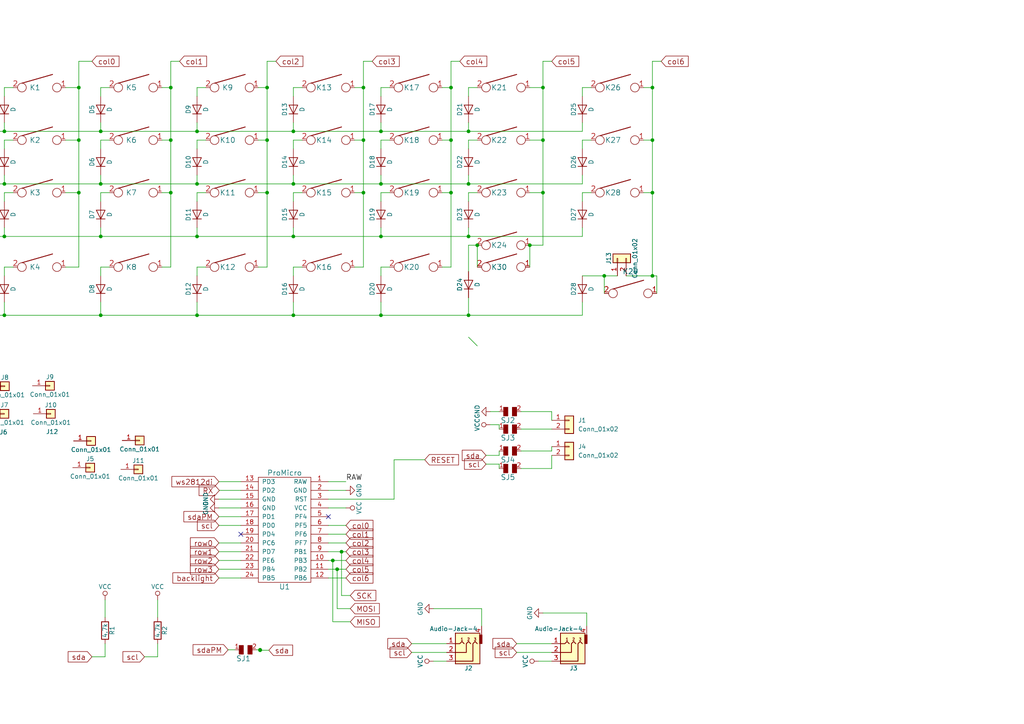
<source format=kicad_sch>
(kicad_sch (version 20211123) (generator eeschema)
  (paper "A4")
  (lib_symbols
    (symbol "Connector_Generic:Conn_01x02" (pin_names (offset 1.016) hide)
      (property "Reference" "J" (at 0 2.54 0))
      (property "Value" "Conn_01x02" (at 0 -5.08 0))
      (symbol "Conn_01x02_1_1"
        (rectangle (start -1.27 -2.413) (end 0 -2.667) (stroke (width 0.1524)))
        (rectangle (start -1.27 0.127) (end 0 -0.127) (stroke (width 0.1524)))
        (rectangle (start -1.27 1.27) (end 1.27 -3.81) (stroke (width 0.254)) (fill (type background)))
        (pin passive line (at -5.08 0 0) (length 3.81) (name "Pin_1") (number "1"))
        (pin passive line (at -5.08 -2.54 0) (length 3.81) (name "Pin_2") (number "2"))
      )
    )
    (symbol "ErgoTravel-rescue:Audio-Jack-4" (pin_names (offset 1.016))
      (property "Reference" "J" (at -1.27 2.032 0))
      (property "Value" "Audio-Jack-4" (at 3.048 -9.398 0))
      (symbol "Audio-Jack-4_0_0"
        (rectangle (start -4.572 -8.128) (end 2.54 0.762) (stroke (width 0.254)) (fill (type background)))
        (text "1" (at 0.635 -6.35 0) (effects (font (size 0.762 0.762))))
        (text "2" (at -1.27 -6.35 0) (effects (font (size 0.762 0.762))))
        (text "3" (at -3.175 -6.35 0) (effects (font (size 0.762 0.762))))
      )
      (symbol "Audio-Jack-4_0_1"
        (rectangle (start -4.445 -7.62) (end -5.207 -5.08) (fill (type outline)))
        (polyline (pts (xy 0 -5.08) (xy 0.635 -5.715) (xy 1.27 -5.08) (xy 2.54 -5.08)) (stroke (width 0.254)))
        (polyline (pts (xy -1.905 -5.08) (xy -1.27 -5.715) (xy -0.635 -5.08) (xy -0.635 -2.54) (xy 2.54 -2.54)) (stroke (width 0.254)))
        (polyline (pts (xy 2.54 0) (xy -2.54 0) (xy -2.54 -5.08) (xy -3.175 -5.715) (xy -3.81 -5.08)) (stroke (width 0.254)))
      )
      (symbol "Audio-Jack-4_1_1"
        (pin passive line (at 5.08 -5.08 180) (length 2.54) (name "~") (number "1"))
        (pin passive line (at 5.08 -2.54 180) (length 2.54) (name "~") (number "2"))
        (pin passive line (at 5.08 0 180) (length 2.54) (name "~") (number "3"))
        (pin passive line (at -5.08 -10.16 90) (length 2.54) (name "~") (number "4"))
      )
    )
    (symbol "ErgoTravel-rescue:Conn_01x01" (pin_names (offset 1.016) hide)
      (property "Reference" "J" (at 0 2.54 0))
      (property "Value" "Conn_01x01" (at 0 -2.54 0))
      (symbol "Conn_01x01_1_1"
        (rectangle (start -1.27 0.127) (end 0 -0.127) (stroke (width 0.1524)))
        (rectangle (start -1.27 1.27) (end 1.27 -1.27) (stroke (width 0.254)) (fill (type background)))
        (pin passive line (at -5.08 0 0) (length 3.81) (name "Pin_1") (number "1"))
      )
    )
    (symbol "ErgoTravel-rescue:Conn_01x02" (pin_names (offset 1.016) hide)
      (property "Reference" "J" (at 0 2.54 0))
      (property "Value" "Conn_01x02" (at 0 -5.08 0))
      (symbol "Conn_01x02_1_1"
        (rectangle (start -1.27 -2.413) (end 0 -2.667) (stroke (width 0.1524)))
        (rectangle (start -1.27 0.127) (end 0 -0.127) (stroke (width 0.1524)))
        (rectangle (start -1.27 1.27) (end 1.27 -3.81) (stroke (width 0.254)) (fill (type background)))
        (pin passive line (at -5.08 0 0) (length 3.81) (name "Pin_1") (number "1"))
        (pin passive line (at -5.08 -2.54 0) (length 3.81) (name "Pin_2") (number "2"))
      )
    )
    (symbol "ErgoTravel-rescue:D" (pin_numbers hide) (pin_names (offset 1.016) hide)
      (property "Reference" "D" (at 0 2.54 0))
      (property "Value" "D" (at 0 -2.54 0))
      (symbol "D_0_1"
        (polyline (pts (xy -1.27 1.27) (xy -1.27 -1.27)) (stroke (width 0.2032)))
        (polyline (pts (xy 1.27 0) (xy -1.27 0)))
        (polyline (pts (xy 1.27 1.27) (xy 1.27 -1.27) (xy -1.27 0) (xy 1.27 1.27)) (stroke (width 0.2032)))
      )
      (symbol "D_1_1"
        (pin passive line (at -3.81 0 0) (length 2.54) (name "K") (number "1"))
        (pin passive line (at 3.81 0 180) (length 2.54) (name "A") (number "2"))
      )
    )
    (symbol "ErgoTravel-rescue:GND" (power) (pin_names (offset 0))
      (property "Value" "GND" (at 0 -3.81 0))
      (symbol "GND_0_1"
        (polyline (pts (xy 0 0) (xy 0 -1.27) (xy 1.27 -1.27) (xy 0 -2.54) (xy -1.27 -1.27) (xy 0 -1.27)))
      )
      (symbol "GND_1_1"
        (pin power_in line (at 0 0 270) (length 0) hide (name "GND") (number "1"))
      )
    )
    (symbol "ErgoTravel-rescue:KEYSW" (pin_names (offset 1.016))
      (property "Reference" "K?" (at -1.27 0 0))
      (symbol "KEYSW_0_1"
        (circle (center -5.08 0) (radius 1.27))
        (polyline (pts (xy -5.08 1.27) (xy 3.81 3.81)) (stroke (width 0.254)))
        (circle (center 5.08 0) (radius 1.27))
      )
      (symbol "KEYSW_1_1"
        (pin passive line (at 7.62 0 180) (length 1.27) (name "~") (number "1"))
        (pin passive line (at -7.62 0 0) (length 1.27) (name "~") (number "2"))
      )
    )
    (symbol "ErgoTravel-rescue:ProMicro" (pin_names (offset 1.016))
      (property "Reference" "U" (at 0 -21.59 0))
      (property "Value" "ProMicro" (at 0 11.43 0))
      (symbol "ProMicro_0_1"
        (rectangle (start 7.62 10.16) (end -7.62 -20.32))
      )
      (symbol "ProMicro_1_1"
        (pin input line (at 12.7 8.89 180) (length 5.08) (name "RAW") (number "1"))
        (pin input line (at 12.7 -13.97 180) (length 5.08) (name "PB3") (number "10"))
        (pin input line (at 12.7 -16.51 180) (length 5.08) (name "PB2") (number "11"))
        (pin input line (at 12.7 -19.05 180) (length 5.08) (name "PB6") (number "12"))
        (pin input line (at -12.7 8.89 0) (length 5.08) (name "PD3") (number "13"))
        (pin input line (at -12.7 6.35 0) (length 5.08) (name "PD2") (number "14"))
        (pin input line (at -12.7 3.81 0) (length 5.08) (name "GND") (number "15"))
        (pin input line (at -12.7 1.27 0) (length 5.08) (name "GND") (number "16"))
        (pin input line (at -12.7 -1.27 0) (length 5.08) (name "PD1") (number "17"))
        (pin input line (at -12.7 -3.81 0) (length 5.08) (name "PD0") (number "18"))
        (pin input line (at -12.7 -6.35 0) (length 5.08) (name "PD4") (number "19"))
        (pin input line (at 12.7 6.35 180) (length 5.08) (name "GND") (number "2"))
        (pin input line (at -12.7 -8.89 0) (length 5.08) (name "PC6") (number "20"))
        (pin input line (at -12.7 -11.43 0) (length 5.08) (name "PD7") (number "21"))
        (pin input line (at -12.7 -13.97 0) (length 5.08) (name "PE6") (number "22"))
        (pin input line (at -12.7 -16.51 0) (length 5.08) (name "PB4") (number "23"))
        (pin input line (at -12.7 -19.05 0) (length 5.08) (name "PB5") (number "24"))
        (pin input line (at 12.7 3.81 180) (length 5.08) (name "RST") (number "3"))
        (pin input line (at 12.7 1.27 180) (length 5.08) (name "VCC") (number "4"))
        (pin input line (at 12.7 -1.27 180) (length 5.08) (name "PF4") (number "5"))
        (pin input line (at 12.7 -3.81 180) (length 5.08) (name "PF5") (number "6"))
        (pin input line (at 12.7 -6.35 180) (length 5.08) (name "PF6") (number "7"))
        (pin input line (at 12.7 -8.89 180) (length 5.08) (name "PF7") (number "8"))
        (pin input line (at 12.7 -11.43 180) (length 5.08) (name "PB1") (number "9"))
      )
    )
    (symbol "ErgoTravel-rescue:R" (pin_numbers hide) (pin_names (offset 0))
      (property "Reference" "R" (at 2.032 0 90))
      (property "Value" "R" (at 0 0 90))
      (symbol "R_0_1"
        (rectangle (start -1.016 -2.54) (end 1.016 2.54) (stroke (width 0.254)))
      )
      (symbol "R_1_1"
        (pin passive line (at 0 3.81 270) (length 1.27) (name "~") (number "1"))
        (pin passive line (at 0 -3.81 90) (length 1.27) (name "~") (number "2"))
      )
    )
    (symbol "ErgoTravel-rescue:SOLDER_JUMPER" (pin_names (offset 1.016))
      (property "Reference" "SJ" (at 0 -1.27 0))
      (symbol "SOLDER_JUMPER_0_1"
        (rectangle (start -1.27 2.54) (end 0 0) (fill (type outline)))
        (rectangle (start 1.27 2.54) (end 2.54 0) (fill (type outline)))
      )
      (symbol "SOLDER_JUMPER_1_1"
        (pin passive line (at -2.54 1.27 0) (length 1.27) (name "~") (number "1"))
        (pin passive line (at 3.81 1.27 180) (length 1.27) (name "~") (number "2"))
      )
    )
    (symbol "ErgoTravel-rescue:VCC" (power) (pin_names (offset 0))
      (property "Value" "VCC" (at 0 3.81 0))
      (symbol "VCC_0_1"
        (polyline (pts (xy 0 0) (xy 0 1.27)))
        (circle (center 0 1.905) (radius 0.635))
      )
      (symbol "VCC_1_1"
        (pin power_in line (at 0 0 90) (length 0) hide (name "VCC") (number "1"))
      )
    )
    (symbol "kblib:KEYSW" (pin_names (offset 1.016))
      (property "Reference" "K?" (at -1.27 0 0))
      (symbol "KEYSW_0_1"
        (circle (center -5.08 0) (radius 1.27))
        (polyline (pts (xy -5.08 1.27) (xy 3.81 3.81)) (stroke (width 0.254)))
        (circle (center 5.08 0) (radius 1.27))
      )
      (symbol "KEYSW_1_1"
        (pin passive line (at 7.62 0 180) (length 1.27) (name "~") (number "1"))
        (pin passive line (at -7.62 0 0) (length 1.27) (name "~") (number "2"))
      )
    )
  )
  (junction (at 1.27 38.1))
  (junction (at 57.15 91.44))
  (junction (at 75.438 188.468))
  (junction (at 130.81 55.88))
  (junction (at 189.23 80.01))
  (junction (at 57.15 68.58))
  (junction (at 175.26 80.01))
  (junction (at 49.53 55.88))
  (junction (at 85.09 68.58))
  (junction (at 75.438 188.595))
  (junction (at 135.89 53.34))
  (junction (at 1.27 91.44))
  (junction (at 105.41 55.88))
  (junction (at 153.67 71.12))
  (junction (at 135.89 91.44))
  (junction (at 189.23 25.4))
  (junction (at 110.49 91.44))
  (junction (at 85.09 53.34))
  (junction (at 135.89 68.58))
  (junction (at 157.48 25.4))
  (junction (at 77.47 40.64))
  (junction (at 189.23 40.64))
  (junction (at 85.09 38.1))
  (junction (at 85.09 91.44))
  (junction (at 57.15 53.34))
  (junction (at 97.79 165.1))
  (junction (at 110.49 53.34))
  (junction (at 130.81 25.4))
  (junction (at 189.23 55.88))
  (junction (at 110.49 68.58))
  (junction (at 57.15 38.1))
  (junction (at 96.52 162.56))
  (junction (at 99.06 160.02))
  (junction (at 29.21 91.44))
  (junction (at 29.21 68.58))
  (junction (at 29.21 38.1))
  (junction (at 77.47 55.88))
  (junction (at 130.81 40.64))
  (junction (at 157.48 55.88))
  (junction (at 22.86 25.4))
  (junction (at 29.21 53.34))
  (junction (at 135.89 38.1))
  (junction (at 138.43 71.12))
  (junction (at 22.86 40.64))
  (junction (at 1.27 68.58))
  (junction (at 49.53 25.4))
  (junction (at 22.86 55.88))
  (junction (at 77.47 25.4))
  (junction (at 110.49 38.1))
  (junction (at 157.48 40.64))
  (junction (at 49.53 40.64))
  (junction (at 105.41 40.64))
  (junction (at 105.41 25.4))
  (junction (at 1.27 53.34))
  (no_connect (at 69.85 154.94))
  (no_connect (at 95.25 149.86))
  (bus_entry (at 135.89 97.79) (size 2.54 2.54))
  (wire (pts (xy 85.09 38.1) (xy 57.15 38.1)))
  (wire (pts (xy 151.13 119.38) (xy 160.02 119.38)))
  (wire (pts (xy 135.89 71.12) (xy 138.43 71.12)))
  (wire (pts (xy 85.09 66.04) (xy 85.09 68.58)))
  (wire (pts (xy 49.53 40.64) (xy 49.53 55.88)))
  (wire (pts (xy 153.67 71.12) (xy 153.67 77.47)))
  (wire (pts (xy 110.49 80.01) (xy 110.49 77.47)))
  (wire (pts (xy 29.21 58.42) (xy 29.21 55.88)))
  (wire (pts (xy 168.91 40.64) (xy 171.45 40.64)))
  (wire (pts (xy 57.15 66.04) (xy 57.15 68.58)))
  (wire (pts (xy 29.21 91.44) (xy 1.27 91.44)))
  (wire (pts (xy 85.09 68.58) (xy 57.15 68.58)))
  (wire (pts (xy 128.27 25.4) (xy 130.81 25.4)))
  (wire (pts (xy 57.15 87.63) (xy 57.15 91.44)))
  (wire (pts (xy 189.23 80.01) (xy 181.61 80.01)))
  (wire (pts (xy 1.27 77.47) (xy 1.27 80.01)))
  (wire (pts (xy 29.21 35.56) (xy 29.21 38.1)))
  (wire (pts (xy 22.86 55.88) (xy 22.86 77.47)))
  (wire (pts (xy 189.23 40.64) (xy 189.23 55.88)))
  (wire (pts (xy 29.21 43.18) (xy 29.21 40.64)))
  (wire (pts (xy 135.89 58.42) (xy 135.89 55.88)))
  (wire (pts (xy 69.85 167.64) (xy 63.5 167.64)))
  (wire (pts (xy 160.02 130.81) (xy 160.02 129.54)))
  (wire (pts (xy 77.47 77.47) (xy 74.93 77.47)))
  (wire (pts (xy 157.48 55.88) (xy 157.48 40.64)))
  (wire (pts (xy 85.09 91.44) (xy 57.15 91.44)))
  (wire (pts (xy 41.91 190.5) (xy 45.72 190.5)))
  (wire (pts (xy 168.91 53.34) (xy 135.89 53.34)))
  (wire (pts (xy 135.89 40.64) (xy 138.43 40.64)))
  (wire (pts (xy 99.06 172.72) (xy 99.06 160.02)))
  (wire (pts (xy 186.69 40.64) (xy 189.23 40.64)))
  (wire (pts (xy 95.25 165.1) (xy 97.79 165.1)))
  (wire (pts (xy 57.15 55.88) (xy 57.15 58.42)))
  (wire (pts (xy 168.91 87.63) (xy 168.91 91.44)))
  (wire (pts (xy 135.89 53.34) (xy 110.49 53.34)))
  (wire (pts (xy 29.21 27.94) (xy 29.21 25.4)))
  (wire (pts (xy 157.48 40.64) (xy 157.48 25.4)))
  (wire (pts (xy 29.21 38.1) (xy 1.27 38.1)))
  (wire (pts (xy 130.81 17.78) (xy 130.81 25.4)))
  (wire (pts (xy 69.85 144.78) (xy 63.5 144.78)))
  (wire (pts (xy 135.89 43.18) (xy 135.89 40.64)))
  (wire (pts (xy 97.79 165.1) (xy 100.33 165.1)))
  (wire (pts (xy 77.47 17.78) (xy 80.01 17.78)))
  (wire (pts (xy 153.67 71.12) (xy 157.48 71.12)))
  (wire (pts (xy 190.5 80.01) (xy 189.23 80.01)))
  (wire (pts (xy 105.41 17.78) (xy 105.41 25.4)))
  (wire (pts (xy 101.6 180.34) (xy 96.52 180.34)))
  (wire (pts (xy 128.27 55.88) (xy 130.81 55.88)))
  (wire (pts (xy 77.978 188.595) (xy 75.438 188.595)))
  (wire (pts (xy 77.47 55.88) (xy 77.47 77.47)))
  (wire (pts (xy 130.81 77.47) (xy 128.27 77.47)))
  (wire (pts (xy 113.03 40.64) (xy 110.49 40.64)))
  (wire (pts (xy 105.41 25.4) (xy 105.41 40.64)))
  (wire (pts (xy 3.81 77.47) (xy 1.27 77.47)))
  (wire (pts (xy 135.89 91.44) (xy 110.49 91.44)))
  (wire (pts (xy 74.93 40.64) (xy 77.47 40.64)))
  (wire (pts (xy 59.69 77.47) (xy 57.15 77.47)))
  (wire (pts (xy 19.05 25.4) (xy 22.86 25.4)))
  (wire (pts (xy 168.91 91.44) (xy 135.89 91.44)))
  (wire (pts (xy 69.85 139.7) (xy 63.5 139.7)))
  (wire (pts (xy 95.25 139.7) (xy 100.33 139.7)))
  (wire (pts (xy 101.6 176.53) (xy 97.79 176.53)))
  (wire (pts (xy 156.21 191.77) (xy 160.02 191.77)))
  (wire (pts (xy 29.21 40.64) (xy 31.75 40.64)))
  (wire (pts (xy 102.87 25.4) (xy 105.41 25.4)))
  (wire (pts (xy 95.25 154.94) (xy 100.33 154.94)))
  (wire (pts (xy 119.38 186.69) (xy 129.54 186.69)))
  (wire (pts (xy 168.91 55.88) (xy 171.45 55.88)))
  (wire (pts (xy 49.53 17.78) (xy 49.53 25.4)))
  (wire (pts (xy 149.86 186.69) (xy 160.02 186.69)))
  (wire (pts (xy 95.25 144.78) (xy 114.3 144.78)))
  (wire (pts (xy 189.23 25.4) (xy 189.23 40.64)))
  (wire (pts (xy 85.09 87.63) (xy 85.09 91.44)))
  (wire (pts (xy 75.438 188.468) (xy 74.422 188.468)))
  (wire (pts (xy 110.49 91.44) (xy 85.09 91.44)))
  (wire (pts (xy 99.06 160.02) (xy 100.33 160.02)))
  (wire (pts (xy 96.52 180.34) (xy 96.52 162.56)))
  (wire (pts (xy 157.48 71.12) (xy 157.48 55.88)))
  (wire (pts (xy 95.25 142.24) (xy 100.33 142.24)))
  (wire (pts (xy 29.21 50.8) (xy 29.21 53.34)))
  (wire (pts (xy 110.49 40.64) (xy 110.49 43.18)))
  (wire (pts (xy 3.81 40.64) (xy 1.27 40.64)))
  (wire (pts (xy 22.86 40.64) (xy 22.86 55.88)))
  (wire (pts (xy 144.78 132.08) (xy 144.78 130.81)))
  (wire (pts (xy 96.52 162.56) (xy 100.33 162.56)))
  (wire (pts (xy 77.47 25.4) (xy 77.47 40.64)))
  (wire (pts (xy 69.85 165.1) (xy 63.5 165.1)))
  (wire (pts (xy 105.41 77.47) (xy 102.87 77.47)))
  (wire (pts (xy 57.15 25.4) (xy 57.15 27.94)))
  (wire (pts (xy 151.13 130.81) (xy 160.02 130.81)))
  (wire (pts (xy 129.54 191.77) (xy 125.73 191.77)))
  (wire (pts (xy 22.86 17.78) (xy 22.86 25.4)))
  (wire (pts (xy 135.89 55.88) (xy 138.43 55.88)))
  (wire (pts (xy 3.81 55.88) (xy 1.27 55.88)))
  (wire (pts (xy 57.15 53.34) (xy 29.21 53.34)))
  (wire (pts (xy 46.99 40.64) (xy 49.53 40.64)))
  (wire (pts (xy 46.99 55.88) (xy 49.53 55.88)))
  (wire (pts (xy 63.5 162.56) (xy 69.85 162.56)))
  (wire (pts (xy 69.85 149.86) (xy 63.5 149.86)))
  (wire (pts (xy 123.19 133.35) (xy 114.3 133.35)))
  (wire (pts (xy 85.09 77.47) (xy 87.63 77.47)))
  (wire (pts (xy 128.27 40.64) (xy 130.81 40.64)))
  (wire (pts (xy 74.93 25.4) (xy 77.47 25.4)))
  (wire (pts (xy 59.69 55.88) (xy 57.15 55.88)))
  (wire (pts (xy 29.21 77.47) (xy 31.75 77.47)))
  (wire (pts (xy 85.09 35.56) (xy 85.09 38.1)))
  (wire (pts (xy 102.87 40.64) (xy 105.41 40.64)))
  (wire (pts (xy 49.53 77.47) (xy 46.99 77.47)))
  (wire (pts (xy 57.15 38.1) (xy 29.21 38.1)))
  (wire (pts (xy 153.67 40.64) (xy 157.48 40.64)))
  (wire (pts (xy 144.78 123.19) (xy 144.78 124.46)))
  (wire (pts (xy 113.03 25.4) (xy 110.49 25.4)))
  (wire (pts (xy 135.89 86.36) (xy 135.89 91.44)))
  (wire (pts (xy 140.97 132.08) (xy 144.78 132.08)))
  (wire (pts (xy 130.81 17.78) (xy 133.35 17.78)))
  (wire (pts (xy 49.53 17.78) (xy 52.07 17.78)))
  (wire (pts (xy 168.91 80.01) (xy 175.26 80.01)))
  (wire (pts (xy 135.89 71.12) (xy 135.89 78.74)))
  (wire (pts (xy 130.81 40.64) (xy 130.81 55.88)))
  (wire (pts (xy 189.23 17.78) (xy 191.77 17.78)))
  (wire (pts (xy 110.49 58.42) (xy 110.49 55.88)))
  (wire (pts (xy 97.79 176.53) (xy 97.79 165.1)))
  (wire (pts (xy 110.49 66.04) (xy 110.49 68.58)))
  (wire (pts (xy 139.7 176.53) (xy 139.7 181.61)))
  (wire (pts (xy 57.15 40.64) (xy 59.69 40.64)))
  (wire (pts (xy 45.72 173.99) (xy 45.72 179.07)))
  (wire (pts (xy 110.49 25.4) (xy 110.49 27.94)))
  (wire (pts (xy 129.54 189.23) (xy 119.38 189.23)))
  (wire (pts (xy 157.48 17.78) (xy 160.02 17.78)))
  (wire (pts (xy 168.91 66.04) (xy 168.91 68.58)))
  (wire (pts (xy 186.69 25.4) (xy 189.23 25.4)))
  (wire (pts (xy 57.15 50.8) (xy 57.15 53.34)))
  (wire (pts (xy 144.78 134.62) (xy 144.78 135.89)))
  (wire (pts (xy 105.41 55.88) (xy 105.41 77.47)))
  (wire (pts (xy 3.81 25.4) (xy 1.27 25.4)))
  (wire (pts (xy 130.81 25.4) (xy 130.81 40.64)))
  (wire (pts (xy 1.27 91.44) (xy -3.81 91.44)))
  (wire (pts (xy 29.21 66.04) (xy 29.21 68.58)))
  (wire (pts (xy 160.02 189.23) (xy 149.86 189.23)))
  (wire (pts (xy 29.21 25.4) (xy 31.75 25.4)))
  (wire (pts (xy 168.91 25.4) (xy 168.91 27.94)))
  (wire (pts (xy 168.91 43.18) (xy 168.91 40.64)))
  (wire (pts (xy 74.93 55.88) (xy 77.47 55.88)))
  (wire (pts (xy 105.41 17.78) (xy 107.95 17.78)))
  (wire (pts (xy 19.05 55.88) (xy 22.86 55.88)))
  (wire (pts (xy 168.91 38.1) (xy 135.89 38.1)))
  (wire (pts (xy 135.89 66.04) (xy 135.89 68.58)))
  (wire (pts (xy 135.89 35.56) (xy 135.89 38.1)))
  (wire (pts (xy 1.27 55.88) (xy 1.27 58.42)))
  (wire (pts (xy 57.15 77.47) (xy 57.15 80.01)))
  (wire (pts (xy 77.47 40.64) (xy 77.47 55.88)))
  (wire (pts (xy 49.53 25.4) (xy 49.53 40.64)))
  (wire (pts (xy 57.15 43.18) (xy 57.15 40.64)))
  (wire (pts (xy 95.25 160.02) (xy 99.06 160.02)))
  (wire (pts (xy 135.89 38.1) (xy 110.49 38.1)))
  (wire (pts (xy 110.49 55.88) (xy 113.03 55.88)))
  (wire (pts (xy 135.89 68.58) (xy 110.49 68.58)))
  (wire (pts (xy 85.09 40.64) (xy 85.09 43.18)))
  (wire (pts (xy 110.49 53.34) (xy 85.09 53.34)))
  (wire (pts (xy 160.02 119.38) (xy 160.02 121.92)))
  (wire (pts (xy 125.73 176.53) (xy 139.7 176.53)))
  (wire (pts (xy 151.13 124.46) (xy 160.02 124.46)))
  (wire (pts (xy 157.48 25.4) (xy 157.48 17.78)))
  (wire (pts (xy 69.85 152.4) (xy 63.5 152.4)))
  (wire (pts (xy 85.09 58.42) (xy 85.09 55.88)))
  (wire (pts (xy 170.18 177.8) (xy 170.18 181.61)))
  (wire (pts (xy 85.09 80.01) (xy 85.09 77.47)))
  (wire (pts (xy 85.09 50.8) (xy 85.09 53.34)))
  (wire (pts (xy 29.21 55.88) (xy 31.75 55.88)))
  (wire (pts (xy 1.27 25.4) (xy 1.27 27.94)))
  (wire (pts (xy 85.09 25.4) (xy 85.09 27.94)))
  (wire (pts (xy 1.27 53.34) (xy -3.81 53.34)))
  (wire (pts (xy 87.63 25.4) (xy 85.09 25.4)))
  (wire (pts (xy 46.99 25.4) (xy 49.53 25.4)))
  (wire (pts (xy 110.49 87.63) (xy 110.49 91.44)))
  (wire (pts (xy 175.26 80.01) (xy 179.07 80.01)))
  (wire (pts (xy 22.86 17.78) (xy 26.67 17.78)))
  (wire (pts (xy 29.21 68.58) (xy 1.27 68.58)))
  (wire (pts (xy 171.45 25.4) (xy 168.91 25.4)))
  (wire (pts (xy 57.15 91.44) (xy 29.21 91.44)))
  (wire (pts (xy 1.27 68.58) (xy -3.81 68.58)))
  (wire (pts (xy 75.438 188.595) (xy 75.438 188.468)))
  (wire (pts (xy 168.91 35.56) (xy 168.91 38.1)))
  (wire (pts (xy 77.47 17.78) (xy 77.47 25.4)))
  (wire (pts (xy 140.97 134.62) (xy 144.78 134.62)))
  (wire (pts (xy 110.49 35.56) (xy 110.49 38.1)))
  (wire (pts (xy 1.27 50.8) (xy 1.27 53.34)))
  (wire (pts (xy 160.02 135.89) (xy 160.02 132.08)))
  (wire (pts (xy 110.49 50.8) (xy 110.49 53.34)))
  (wire (pts (xy 85.09 55.88) (xy 87.63 55.88)))
  (wire (pts (xy 151.13 135.89) (xy 160.02 135.89)))
  (wire (pts (xy 45.72 190.5) (xy 45.72 186.69)))
  (wire (pts (xy 69.85 160.02) (xy 63.5 160.02)))
  (wire (pts (xy 110.49 68.58) (xy 85.09 68.58)))
  (wire (pts (xy 135.89 25.4) (xy 138.43 25.4)))
  (wire (pts (xy 57.15 35.56) (xy 57.15 38.1)))
  (wire (pts (xy 1.27 40.64) (xy 1.27 43.18)))
  (wire (pts (xy 101.6 172.72) (xy 99.06 172.72)))
  (wire (pts (xy 138.43 71.12) (xy 138.43 77.47)))
  (wire (pts (xy 66.167 188.468) (xy 68.072 188.468)))
  (wire (pts (xy 29.21 53.34) (xy 1.27 53.34)))
  (wire (pts (xy 49.53 55.88) (xy 49.53 77.47)))
  (wire (pts (xy 168.91 68.58) (xy 135.89 68.58)))
  (wire (pts (xy 95.25 157.48) (xy 100.33 157.48)))
  (wire (pts (xy 114.3 133.35) (xy 114.3 144.78)))
  (wire (pts (xy 142.24 123.19) (xy 144.78 123.19)))
  (wire (pts (xy 110.49 38.1) (xy 85.09 38.1)))
  (wire (pts (xy 175.26 80.01) (xy 175.26 85.09)))
  (wire (pts (xy 85.09 53.34) (xy 57.15 53.34)))
  (wire (pts (xy 95.25 167.64) (xy 100.33 167.64)))
  (wire (pts (xy 87.63 40.64) (xy 85.09 40.64)))
  (wire (pts (xy 153.67 55.88) (xy 157.48 55.88)))
  (wire (pts (xy 26.67 190.5) (xy 30.48 190.5)))
  (wire (pts (xy 135.89 50.8) (xy 135.89 53.34)))
  (wire (pts (xy 189.23 55.88) (xy 189.23 80.01)))
  (wire (pts (xy 190.5 85.09) (xy 190.5 80.01)))
  (wire (pts (xy 22.86 77.47) (xy 19.05 77.47)))
  (wire (pts (xy 102.87 55.88) (xy 105.41 55.88)))
  (wire (pts (xy 95.25 162.56) (xy 96.52 162.56)))
  (wire (pts (xy 110.49 77.47) (xy 113.03 77.47)))
  (wire (pts (xy 189.23 17.78) (xy 189.23 25.4)))
  (wire (pts (xy 29.21 87.63) (xy 29.21 91.44)))
  (wire (pts (xy 30.48 190.5) (xy 30.48 186.69)))
  (wire (pts (xy 57.15 68.58) (xy 29.21 68.58)))
  (wire (pts (xy 29.21 80.01) (xy 29.21 77.47)))
  (wire (pts (xy 30.48 173.99) (xy 30.48 179.07)))
  (wire (pts (xy 168.91 58.42) (xy 168.91 55.88)))
  (wire (pts (xy 1.27 35.56) (xy 1.27 38.1)))
  (wire (pts (xy 63.627 142.24) (xy 69.85 142.24)))
  (wire (pts (xy 59.69 25.4) (xy 57.15 25.4)))
  (wire (pts (xy 157.48 177.8) (xy 170.18 177.8)))
  (wire (pts (xy 186.69 55.88) (xy 189.23 55.88)))
  (wire (pts (xy 1.27 87.63) (xy 1.27 91.44)))
  (wire (pts (xy 1.27 38.1) (xy -5.08 38.1)))
  (wire (pts (xy 95.25 147.32) (xy 100.33 147.32)))
  (wire (pts (xy 63.5 157.48) (xy 69.85 157.48)))
  (wire (pts (xy 19.05 40.64) (xy 22.86 40.64)))
  (wire (pts (xy 63.5 147.32) (xy 69.85 147.32)))
  (wire (pts (xy 168.91 50.8) (xy 168.91 53.34)))
  (wire (pts (xy 135.89 27.94) (xy 135.89 25.4)))
  (wire (pts (xy 130.81 55.88) (xy 130.81 77.47)))
  (wire (pts (xy 1.27 66.04) (xy 1.27 68.58)))
  (wire (pts (xy 105.41 40.64) (xy 105.41 55.88)))
  (wire (pts (xy 22.86 25.4) (xy 22.86 40.64)))
  (wire (pts (xy 95.25 152.4) (xy 100.33 152.4)))
  (wire (pts (xy 142.24 119.38) (xy 144.78 119.38)))
  (wire (pts (xy 153.67 25.4) (xy 157.48 25.4)))
  (label "RAW" (at 100.33 139.7 0) (effects (font (size 1.524 1.524))))
  (global_label "sda" (shape input) (at 77.978 188.595 0) (effects (font (size 1.524 1.524))) (property "Intersheet References" "${INTERSHEET_REFS}" (effects hide)))
  (global_label "sda" (shape input) (at 26.67 190.5 180) (effects (font (size 1.524 1.524))) (property "Intersheet References" "${INTERSHEET_REFS}" (effects hide)))
  (global_label "sdaPM" (shape input) (at 66.167 188.468 180) (effects (font (size 1.524 1.524))) (property "Intersheet References" "${INTERSHEET_REFS}" (effects hide)))
  (global_label "row0" (shape input) (at 63.5 157.48 180) (effects (font (size 1.524 1.524))) (property "Intersheet References" "${INTERSHEET_REFS}" (effects hide)))
  (global_label "col2" (shape input) (at 80.01 17.78 0) (effects (font (size 1.524 1.524))) (property "Intersheet References" "${INTERSHEET_REFS}" (effects hide)))
  (global_label "MISO" (shape input) (at 101.6 180.34 0) (effects (font (size 1.524 1.524))) (property "Intersheet References" "${INTERSHEET_REFS}" (effects hide)))
  (global_label "row1" (shape input) (at -3.81 53.34 180) (effects (font (size 1.524 1.524))) (property "Intersheet References" "${INTERSHEET_REFS}" (effects hide)))
  (global_label "row2" (shape input) (at 63.5 162.56 180) (effects (font (size 1.524 1.524))) (property "Intersheet References" "${INTERSHEET_REFS}" (effects hide)))
  (global_label "SCK" (shape input) (at 101.6 172.72 0) (effects (font (size 1.524 1.524))) (property "Intersheet References" "${INTERSHEET_REFS}" (effects hide)))
  (global_label "row3" (shape input) (at -3.81 91.44 180) (effects (font (size 1.524 1.524))) (property "Intersheet References" "${INTERSHEET_REFS}" (effects hide)))
  (global_label "sda" (shape input) (at 149.86 186.69 180) (effects (font (size 1.524 1.524))) (property "Intersheet References" "${INTERSHEET_REFS}" (effects hide)))
  (global_label "MOSI" (shape input) (at 101.6 176.53 0) (effects (font (size 1.524 1.524))) (property "Intersheet References" "${INTERSHEET_REFS}" (effects hide)))
  (global_label "col6" (shape input) (at 100.33 167.64 0) (effects (font (size 1.524 1.524))) (property "Intersheet References" "${INTERSHEET_REFS}" (effects hide)))
  (global_label "row3" (shape input) (at 63.5 165.1 180) (effects (font (size 1.524 1.524))) (property "Intersheet References" "${INTERSHEET_REFS}" (effects hide)))
  (global_label "col0" (shape input) (at 100.33 152.4 0) (effects (font (size 1.524 1.524))) (property "Intersheet References" "${INTERSHEET_REFS}" (effects hide)))
  (global_label "ws2812di" (shape input) (at 63.5 139.7 180) (effects (font (size 1.524 1.524))) (property "Intersheet References" "${INTERSHEET_REFS}" (effects hide)))
  (global_label "col5" (shape input) (at 160.02 17.78 0) (effects (font (size 1.524 1.524))) (property "Intersheet References" "${INTERSHEET_REFS}" (effects hide)))
  (global_label "col4" (shape input) (at 100.33 162.56 0) (effects (font (size 1.524 1.524))) (property "Intersheet References" "${INTERSHEET_REFS}" (effects hide)))
  (global_label "scl" (shape input) (at 41.91 190.5 180) (effects (font (size 1.524 1.524))) (property "Intersheet References" "${INTERSHEET_REFS}" (effects hide)))
  (global_label "scl" (shape input) (at 63.5 152.4 180) (effects (font (size 1.524 1.524))) (property "Intersheet References" "${INTERSHEET_REFS}" (effects hide)))
  (global_label "RX" (shape input) (at 63.627 142.24 180) (effects (font (size 1.524 1.524))) (property "Intersheet References" "${INTERSHEET_REFS}" (effects hide)))
  (global_label "row2" (shape input) (at -3.81 68.58 180) (effects (font (size 1.524 1.524))) (property "Intersheet References" "${INTERSHEET_REFS}" (effects hide)))
  (global_label "col3" (shape input) (at 107.95 17.78 0) (effects (font (size 1.524 1.524))) (property "Intersheet References" "${INTERSHEET_REFS}" (effects hide)))
  (global_label "backlight" (shape input) (at 63.5 167.64 180) (effects (font (size 1.524 1.524))) (property "Intersheet References" "${INTERSHEET_REFS}" (effects hide)))
  (global_label "col1" (shape input) (at 52.07 17.78 0) (effects (font (size 1.524 1.524))) (property "Intersheet References" "${INTERSHEET_REFS}" (effects hide)))
  (global_label "row1" (shape input) (at 63.5 160.02 180) (effects (font (size 1.524 1.524))) (property "Intersheet References" "${INTERSHEET_REFS}" (effects hide)))
  (global_label "col0" (shape input) (at 26.67 17.78 0) (effects (font (size 1.524 1.524))) (property "Intersheet References" "${INTERSHEET_REFS}" (effects hide)))
  (global_label "RESET" (shape input) (at 123.19 133.35 0) (effects (font (size 1.524 1.524))) (property "Intersheet References" "${INTERSHEET_REFS}" (effects hide)))
  (global_label "col3" (shape input) (at 100.33 160.02 0) (effects (font (size 1.524 1.524))) (property "Intersheet References" "${INTERSHEET_REFS}" (effects hide)))
  (global_label "col2" (shape input) (at 100.33 157.48 0) (effects (font (size 1.524 1.524))) (property "Intersheet References" "${INTERSHEET_REFS}" (effects hide)))
  (global_label "scl" (shape input) (at 119.38 189.23 180) (effects (font (size 1.524 1.524))) (property "Intersheet References" "${INTERSHEET_REFS}" (effects hide)))
  (global_label "row0" (shape input) (at -5.08 38.1 180) (effects (font (size 1.524 1.524))) (property "Intersheet References" "${INTERSHEET_REFS}" (effects hide)))
  (global_label "sda" (shape input) (at 119.38 186.69 180) (effects (font (size 1.524 1.524))) (property "Intersheet References" "${INTERSHEET_REFS}" (effects hide)))
  (global_label "col6" (shape input) (at 191.77 17.78 0) (effects (font (size 1.524 1.524))) (property "Intersheet References" "${INTERSHEET_REFS}" (effects hide)))
  (global_label "col5" (shape input) (at 100.33 165.1 0) (effects (font (size 1.524 1.524))) (property "Intersheet References" "${INTERSHEET_REFS}" (effects hide)))
  (global_label "col4" (shape input) (at 133.35 17.78 0) (effects (font (size 1.524 1.524))) (property "Intersheet References" "${INTERSHEET_REFS}" (effects hide)))
  (global_label "col1" (shape input) (at 100.33 154.94 0) (effects (font (size 1.524 1.524))) (property "Intersheet References" "${INTERSHEET_REFS}" (effects hide)))
  (global_label "scl" (shape input) (at 149.86 189.23 180) (effects (font (size 1.524 1.524))) (property "Intersheet References" "${INTERSHEET_REFS}" (effects hide)))
  (global_label "scl" (shape input) (at 140.97 134.62 180) (effects (font (size 1.524 1.524))) (property "Intersheet References" "${INTERSHEET_REFS}" (effects hide)))
  (global_label "sda" (shape input) (at 140.97 132.08 180) (effects (font (size 1.524 1.524))) (property "Intersheet References" "${INTERSHEET_REFS}" (effects hide)))
  (global_label "sdaPM" (shape input) (at 63.5 149.86 180) (effects (font (size 1.524 1.524))) (property "Intersheet References" "${INTERSHEET_REFS}" (effects hide)))
  (symbol (lib_id "ErgoTravel-rescue:ProMicro") (at 82.55 148.59 0) (unit 1)
    (property "Reference" "U1" (at 82.55 170.18 0) (effects (font (size 1.524 1.524))))
    (property "Value" "ProMicro" (at 82.55 137.16 0) (effects (font (size 1.524 1.524))))
    (property "Footprint" "footprints:Pro_Micro" (effects hide))
  )
  (symbol (lib_id "ErgoTravel-rescue:KEYSW") (at 11.43 25.4 0) (unit 1)
    (property "Reference" "K1" (at 10.16 25.4 0) (effects (font (size 1.524 1.524))))
    (property "Value" "KEYSW" (effects hide))
    (property "Footprint" "keyswitches:SW_PG1350_reversible" (effects hide))
  )
  (symbol (lib_id "ErgoTravel-rescue:D") (at 1.27 31.75 90) (unit 1)
    (property "Reference" "D1" (at -1.27 31.75 0))
    (property "Value" "D" (at 3.81 31.75 0))
    (property "Footprint" "footprints:D_SOD123_axial-dual" (effects hide))
  )
  (symbol (lib_id "ErgoTravel-rescue:KEYSW") (at 39.37 25.4 0) (unit 1)
    (property "Reference" "K5" (at 38.1 25.4 0) (effects (font (size 1.524 1.524))))
    (property "Value" "KEYSW" (effects hide))
    (property "Footprint" "keyswitches:SW_PG1350_reversible" (effects hide))
  )
  (symbol (lib_id "ErgoTravel-rescue:KEYSW") (at 67.31 25.4 0) (unit 1)
    (property "Reference" "K9" (at 66.04 25.4 0) (effects (font (size 1.524 1.524))))
    (property "Value" "KEYSW" (effects hide))
    (property "Footprint" "keyswitches:SW_PG1350_reversible" (effects hide))
  )
  (symbol (lib_id "ErgoTravel-rescue:KEYSW") (at 95.25 25.4 0) (unit 1)
    (property "Reference" "K13" (at 93.98 25.4 0) (effects (font (size 1.524 1.524))))
    (property "Value" "KEYSW" (effects hide))
    (property "Footprint" "keyswitches:SW_PG1350_reversible" (effects hide))
  )
  (symbol (lib_id "ErgoTravel-rescue:KEYSW") (at 120.65 25.4 0) (unit 1)
    (property "Reference" "K17" (at 119.38 25.4 0) (effects (font (size 1.524 1.524))))
    (property "Value" "KEYSW" (effects hide))
    (property "Footprint" "keyswitches:SW_PG1350_reversible" (effects hide))
  )
  (symbol (lib_id "ErgoTravel-rescue:KEYSW") (at 146.05 25.4 0) (unit 1)
    (property "Reference" "K21" (at 144.78 25.4 0) (effects (font (size 1.524 1.524))))
    (property "Value" "KEYSW" (effects hide))
    (property "Footprint" "keyswitches:SW_PG1350_reversible" (effects hide))
  )
  (symbol (lib_id "ErgoTravel-rescue:KEYSW") (at 11.43 40.64 0) (unit 1)
    (property "Reference" "K2" (at 10.16 40.64 0) (effects (font (size 1.524 1.524))))
    (property "Value" "KEYSW" (effects hide))
    (property "Footprint" "keyswitches:SW_PG1350_reversible" (effects hide))
  )
  (symbol (lib_id "ErgoTravel-rescue:KEYSW") (at 11.43 55.88 0) (unit 1)
    (property "Reference" "K3" (at 10.16 55.88 0) (effects (font (size 1.524 1.524))))
    (property "Value" "KEYSW" (effects hide))
    (property "Footprint" "keyswitches:SW_PG1350_reversible" (effects hide))
  )
  (symbol (lib_id "ErgoTravel-rescue:KEYSW") (at 11.43 77.47 0) (unit 1)
    (property "Reference" "K4" (at 10.16 77.47 0) (effects (font (size 1.524 1.524))))
    (property "Value" "KEYSW" (effects hide))
    (property "Footprint" "keyswitches:SW_PG1350_reversible" (effects hide))
  )
  (symbol (lib_id "ErgoTravel-rescue:KEYSW") (at 39.37 40.64 0) (unit 1)
    (property "Reference" "K6" (at 38.1 40.64 0) (effects (font (size 1.524 1.524))))
    (property "Value" "KEYSW" (effects hide))
    (property "Footprint" "keyswitches:SW_PG1350_reversible" (effects hide))
  )
  (symbol (lib_id "ErgoTravel-rescue:KEYSW") (at 39.37 55.88 0) (unit 1)
    (property "Reference" "K7" (at 38.1 55.88 0) (effects (font (size 1.524 1.524))))
    (property "Value" "KEYSW" (effects hide))
    (property "Footprint" "keyswitches:SW_PG1350_reversible" (effects hide))
  )
  (symbol (lib_id "ErgoTravel-rescue:KEYSW") (at 39.37 77.47 0) (unit 1)
    (property "Reference" "K8" (at 38.1 77.47 0) (effects (font (size 1.524 1.524))))
    (property "Value" "KEYSW" (effects hide))
    (property "Footprint" "keyswitches:SW_PG1350_reversible" (effects hide))
  )
  (symbol (lib_id "ErgoTravel-rescue:KEYSW") (at 67.31 40.64 0) (unit 1)
    (property "Reference" "K10" (at 66.04 40.64 0) (effects (font (size 1.524 1.524))))
    (property "Value" "KEYSW" (effects hide))
    (property "Footprint" "keyswitches:SW_PG1350_reversible" (effects hide))
  )
  (symbol (lib_id "ErgoTravel-rescue:KEYSW") (at 95.25 40.64 0) (unit 1)
    (property "Reference" "K14" (at 93.98 40.64 0) (effects (font (size 1.524 1.524))))
    (property "Value" "KEYSW" (effects hide))
    (property "Footprint" "keyswitches:SW_PG1350_reversible" (effects hide))
  )
  (symbol (lib_id "ErgoTravel-rescue:KEYSW") (at 120.65 40.64 0) (unit 1)
    (property "Reference" "K18" (at 119.38 40.64 0) (effects (font (size 1.524 1.524))))
    (property "Value" "KEYSW" (effects hide))
    (property "Footprint" "keyswitches:SW_PG1350_reversible" (effects hide))
  )
  (symbol (lib_id "ErgoTravel-rescue:KEYSW") (at 67.31 55.88 0) (unit 1)
    (property "Reference" "K11" (at 66.04 55.88 0) (effects (font (size 1.524 1.524))))
    (property "Value" "KEYSW" (effects hide))
    (property "Footprint" "keyswitches:SW_PG1350_reversible" (effects hide))
  )
  (symbol (lib_id "ErgoTravel-rescue:KEYSW") (at 67.31 77.47 0) (unit 1)
    (property "Reference" "K12" (at 66.04 77.47 0) (effects (font (size 1.524 1.524))))
    (property "Value" "KEYSW" (effects hide))
    (property "Footprint" "keyswitches:SW_PG1350_reversible" (effects hide))
  )
  (symbol (lib_id "ErgoTravel-rescue:KEYSW") (at 95.25 55.88 0) (unit 1)
    (property "Reference" "K15" (at 93.98 55.88 0) (effects (font (size 1.524 1.524))))
    (property "Value" "KEYSW" (effects hide))
    (property "Footprint" "keyswitches:SW_PG1350_reversible" (effects hide))
  )
  (symbol (lib_id "ErgoTravel-rescue:KEYSW") (at 95.25 77.47 0) (unit 1)
    (property "Reference" "K16" (at 93.98 77.47 0) (effects (font (size 1.524 1.524))))
    (property "Value" "KEYSW" (effects hide))
    (property "Footprint" "keyswitches:SW_PG1350_reversible" (effects hide))
  )
  (symbol (lib_id "ErgoTravel-rescue:KEYSW") (at 120.65 55.88 0) (unit 1)
    (property "Reference" "K19" (at 119.38 55.88 0) (effects (font (size 1.524 1.524))))
    (property "Value" "KEYSW" (effects hide))
    (property "Footprint" "keyswitches:SW_PG1350_reversible" (effects hide))
  )
  (symbol (lib_id "ErgoTravel-rescue:KEYSW") (at 120.65 77.47 0) (unit 1)
    (property "Reference" "K20" (at 119.38 77.47 0) (effects (font (size 1.524 1.524))))
    (property "Value" "KEYSW" (effects hide))
    (property "Footprint" "keyswitches:SW_PG1350_reversible" (effects hide))
  )
  (symbol (lib_id "ErgoTravel-rescue:KEYSW") (at 146.05 40.64 0) (unit 1)
    (property "Reference" "K22" (at 144.78 40.64 0) (effects (font (size 1.524 1.524))))
    (property "Value" "KEYSW" (effects hide))
    (property "Footprint" "keyswitches:SW_PG1350_reversible" (effects hide))
  )
  (symbol (lib_id "ErgoTravel-rescue:KEYSW") (at 146.05 55.88 0) (unit 1)
    (property "Reference" "K23" (at 144.78 55.88 0) (effects (font (size 1.524 1.524))))
    (property "Value" "KEYSW" (effects hide))
    (property "Footprint" "keyswitches:SW_PG1350_reversible" (effects hide))
  )
  (symbol (lib_id "ErgoTravel-rescue:KEYSW") (at 146.05 71.12 0) (unit 1)
    (property "Reference" "K24" (at 144.78 71.12 0) (effects (font (size 1.524 1.524))))
    (property "Value" "KEYSW" (effects hide))
    (property "Footprint" "keyswitches:SW_PG1350_reversible" (effects hide))
  )
  (symbol (lib_id "ErgoTravel-rescue:KEYSW") (at 179.07 25.4 0) (unit 1)
    (property "Reference" "K26" (at 177.8 25.4 0) (effects (font (size 1.524 1.524))))
    (property "Value" "KEYSW" (effects hide))
    (property "Footprint" "keyswitches:SW_PG1350_reversible" (effects hide))
  )
  (symbol (lib_id "ErgoTravel-rescue:KEYSW") (at 179.07 40.64 0) (unit 1)
    (property "Reference" "K27" (at 177.8 40.64 0) (effects (font (size 1.524 1.524))))
    (property "Value" "KEYSW" (effects hide))
    (property "Footprint" "keyswitches:SW_PG1350_reversible" (effects hide))
  )
  (symbol (lib_id "ErgoTravel-rescue:KEYSW") (at 179.07 55.88 0) (unit 1)
    (property "Reference" "K28" (at 177.8 55.88 0) (effects (font (size 1.524 1.524))))
    (property "Value" "KEYSW" (effects hide))
    (property "Footprint" "keyswitches:SW_PG1350_reversible" (effects hide))
  )
  (symbol (lib_id "ErgoTravel-rescue:D") (at 1.27 46.99 90) (unit 1)
    (property "Reference" "D2" (at -1.27 46.99 0))
    (property "Value" "D" (at 3.81 46.99 0))
    (property "Footprint" "footprints:D_SOD123_axial-dual" (effects hide))
  )
  (symbol (lib_id "ErgoTravel-rescue:D") (at 1.27 62.23 90) (unit 1)
    (property "Reference" "D3" (at -1.27 62.23 0))
    (property "Value" "D" (at 3.81 62.23 0))
    (property "Footprint" "footprints:D_SOD123_axial-dual" (effects hide))
  )
  (symbol (lib_id "ErgoTravel-rescue:D") (at 29.21 62.23 90) (unit 1)
    (property "Reference" "D7" (at 26.67 62.23 0))
    (property "Value" "D" (at 31.75 62.23 0))
    (property "Footprint" "footprints:D_SOD123_axial-dual" (effects hide))
  )
  (symbol (lib_id "ErgoTravel-rescue:D") (at 29.21 46.99 90) (unit 1)
    (property "Reference" "D6" (at 26.67 46.99 0))
    (property "Value" "D" (at 31.75 46.99 0))
    (property "Footprint" "footprints:D_SOD123_axial-dual" (effects hide))
  )
  (symbol (lib_id "ErgoTravel-rescue:D") (at 29.21 31.75 90) (unit 1)
    (property "Reference" "D5" (at 26.67 31.75 0))
    (property "Value" "D" (at 31.75 31.75 0))
    (property "Footprint" "footprints:D_SOD123_axial-dual" (effects hide))
  )
  (symbol (lib_id "ErgoTravel-rescue:D") (at 57.15 31.75 90) (unit 1)
    (property "Reference" "D9" (at 54.61 31.75 0))
    (property "Value" "D" (at 59.69 31.75 0))
    (property "Footprint" "footprints:D_SOD123_axial-dual" (effects hide))
  )
  (symbol (lib_id "ErgoTravel-rescue:D") (at 85.09 31.75 90) (unit 1)
    (property "Reference" "D13" (at 82.55 31.75 0))
    (property "Value" "D" (at 87.63 31.75 0))
    (property "Footprint" "footprints:D_SOD123_axial-dual" (effects hide))
  )
  (symbol (lib_id "ErgoTravel-rescue:D") (at 85.09 46.99 90) (unit 1)
    (property "Reference" "D14" (at 82.55 46.99 0))
    (property "Value" "D" (at 87.63 46.99 0))
    (property "Footprint" "footprints:D_SOD123_axial-dual" (effects hide))
  )
  (symbol (lib_id "ErgoTravel-rescue:D") (at 57.15 46.99 90) (unit 1)
    (property "Reference" "D10" (at 54.61 46.99 0))
    (property "Value" "D" (at 59.69 46.99 0))
    (property "Footprint" "footprints:D_SOD123_axial-dual" (effects hide))
  )
  (symbol (lib_id "ErgoTravel-rescue:D") (at 57.15 62.23 90) (unit 1)
    (property "Reference" "D11" (at 54.61 62.23 0))
    (property "Value" "D" (at 59.69 62.23 0))
    (property "Footprint" "footprints:D_SOD123_axial-dual" (effects hide))
  )
  (symbol (lib_id "ErgoTravel-rescue:D") (at 85.09 62.23 90) (unit 1)
    (property "Reference" "D15" (at 82.55 62.23 0))
    (property "Value" "D" (at 87.63 62.23 0))
    (property "Footprint" "footprints:D_SOD123_axial-dual" (effects hide))
  )
  (symbol (lib_id "ErgoTravel-rescue:D") (at 110.49 62.23 90) (unit 1)
    (property "Reference" "D19" (at 107.95 62.23 0))
    (property "Value" "D" (at 113.03 62.23 0))
    (property "Footprint" "footprints:D_SOD123_axial-dual" (effects hide))
  )
  (symbol (lib_id "ErgoTravel-rescue:D") (at 110.49 46.99 90) (unit 1)
    (property "Reference" "D18" (at 107.95 46.99 0))
    (property "Value" "D" (at 113.03 46.99 0))
    (property "Footprint" "footprints:D_SOD123_axial-dual" (effects hide))
  )
  (symbol (lib_id "ErgoTravel-rescue:D") (at 110.49 31.75 90) (unit 1)
    (property "Reference" "D17" (at 107.95 31.75 0))
    (property "Value" "D" (at 113.03 31.75 0))
    (property "Footprint" "footprints:D_SOD123_axial-dual" (effects hide))
  )
  (symbol (lib_id "ErgoTravel-rescue:D") (at 110.49 83.82 90) (unit 1)
    (property "Reference" "D20" (at 107.95 83.82 0))
    (property "Value" "D" (at 113.03 83.82 0))
    (property "Footprint" "footprints:D_SOD123_axial-dual" (effects hide))
  )
  (symbol (lib_id "ErgoTravel-rescue:D") (at 85.09 83.82 90) (unit 1)
    (property "Reference" "D16" (at 82.55 83.82 0))
    (property "Value" "D" (at 87.63 83.82 0))
    (property "Footprint" "footprints:D_SOD123_axial-dual" (effects hide))
  )
  (symbol (lib_id "ErgoTravel-rescue:D") (at 57.15 83.82 90) (unit 1)
    (property "Reference" "D12" (at 54.61 83.82 0))
    (property "Value" "D" (at 59.69 83.82 0))
    (property "Footprint" "footprints:D_SOD123_axial-dual" (effects hide))
  )
  (symbol (lib_id "ErgoTravel-rescue:D") (at 29.21 83.82 90) (unit 1)
    (property "Reference" "D8" (at 26.67 83.82 0))
    (property "Value" "D" (at 31.75 83.82 0))
    (property "Footprint" "footprints:D_SOD123_axial-dual" (effects hide))
  )
  (symbol (lib_id "ErgoTravel-rescue:D") (at 1.27 83.82 90) (unit 1)
    (property "Reference" "D4" (at -1.27 83.82 0))
    (property "Value" "D" (at 3.81 83.82 0))
    (property "Footprint" "footprints:D_SOD123_axial-dual" (effects hide))
  )
  (symbol (lib_id "ErgoTravel-rescue:D") (at 135.89 82.55 90) (unit 1)
    (property "Reference" "D24" (at 133.35 82.55 0))
    (property "Value" "D" (at 138.43 82.55 0))
    (property "Footprint" "footprints:D_SOD123_axial-dual" (effects hide))
  )
  (symbol (lib_id "ErgoTravel-rescue:D") (at 135.89 62.23 90) (unit 1)
    (property "Reference" "D23" (at 133.35 62.23 0))
    (property "Value" "D" (at 138.43 62.23 0))
    (property "Footprint" "footprints:D_SOD123_axial-dual" (effects hide))
  )
  (symbol (lib_id "ErgoTravel-rescue:D") (at 135.89 46.99 90) (unit 1)
    (property "Reference" "D22" (at 133.35 46.99 0))
    (property "Value" "D" (at 138.43 46.99 0))
    (property "Footprint" "footprints:D_SOD123_axial-dual" (effects hide))
  )
  (symbol (lib_id "ErgoTravel-rescue:D") (at 135.89 31.75 90) (unit 1)
    (property "Reference" "D21" (at 133.35 31.75 0))
    (property "Value" "D" (at 138.43 31.75 0))
    (property "Footprint" "footprints:D_SOD123_axial-dual" (effects hide))
  )
  (symbol (lib_id "ErgoTravel-rescue:D") (at 168.91 62.23 90) (unit 1)
    (property "Reference" "D27" (at 166.37 62.23 0))
    (property "Value" "D" (at 171.45 62.23 0))
    (property "Footprint" "footprints:D_SOD123_axial-dual" (effects hide))
  )
  (symbol (lib_id "ErgoTravel-rescue:D") (at 168.91 46.99 90) (unit 1)
    (property "Reference" "D26" (at 166.37 46.99 0))
    (property "Value" "D" (at 171.45 46.99 0))
    (property "Footprint" "footprints:D_SOD123_axial-dual" (effects hide))
  )
  (symbol (lib_id "ErgoTravel-rescue:D") (at 168.91 31.75 90) (unit 1)
    (property "Reference" "D25" (at 166.37 31.75 0))
    (property "Value" "D" (at 171.45 31.75 0))
    (property "Footprint" "footprints:D_SOD123_axial-dual" (effects hide))
  )
  (symbol (lib_id "ErgoTravel-rescue:GND") (at 100.33 142.24 90) (unit 1)
    (property "Reference" "#PWR01" (effects hide))
    (property "Value" "GND" (at 104.14 142.24 0))
  )
  (symbol (lib_id "ErgoTravel-rescue:GND") (at 63.5 144.78 270) (unit 1)
    (property "Reference" "#PWR02" (effects hide))
    (property "Value" "GND" (at 59.69 144.78 0))
  )
  (symbol (lib_id "ErgoTravel-rescue:GND") (at 63.5 147.32 270) (unit 1)
    (property "Reference" "#PWR03" (effects hide))
    (property "Value" "GND" (at 59.69 147.32 0))
  )
  (symbol (lib_id "ErgoTravel-rescue:VCC") (at 100.33 147.32 270) (unit 1)
    (property "Reference" "#PWR04" (effects hide))
    (property "Value" "VCC" (at 104.14 147.32 0))
  )
  (symbol (lib_id "ErgoTravel-rescue:GND") (at 125.73 176.53 270) (unit 1)
    (property "Reference" "#PWR06" (effects hide))
    (property "Value" "GND" (at 121.92 176.53 0))
  )
  (symbol (lib_id "ErgoTravel-rescue:GND") (at 157.48 177.8 270) (unit 1)
    (property "Reference" "#PWR07" (effects hide))
    (property "Value" "GND" (at 153.67 177.8 0))
  )
  (symbol (lib_id "ErgoTravel-rescue:VCC") (at 125.73 191.77 90) (unit 1)
    (property "Reference" "#PWR08" (effects hide))
    (property "Value" "VCC" (at 121.92 191.77 0))
  )
  (symbol (lib_id "ErgoTravel-rescue:VCC") (at 156.21 191.77 90) (unit 1)
    (property "Reference" "#PWR09" (effects hide))
    (property "Value" "VCC" (at 152.4 191.77 0))
  )
  (symbol (lib_id "ErgoTravel-rescue:R") (at 30.48 182.88 0) (unit 1)
    (property "Reference" "R1" (at 32.512 182.88 90))
    (property "Value" "4.7k" (at 30.48 182.88 90))
    (property "Footprint" "Resistors_THT:R_Axial_DIN0207_L6.3mm_D2.5mm_P10.16mm_Horizontal" (effects hide))
  )
  (symbol (lib_id "ErgoTravel-rescue:R") (at 45.72 182.88 0) (unit 1)
    (property "Reference" "R2" (at 47.752 182.88 90))
    (property "Value" "4.7k" (at 45.72 182.88 90))
    (property "Footprint" "Resistors_THT:R_Axial_DIN0207_L6.3mm_D2.5mm_P10.16mm_Horizontal" (effects hide))
  )
  (symbol (lib_id "ErgoTravel-rescue:VCC") (at 30.48 173.99 0) (unit 1)
    (property "Reference" "#PWR010" (effects hide))
    (property "Value" "VCC" (at 30.48 170.18 0))
  )
  (symbol (lib_id "ErgoTravel-rescue:VCC") (at 45.72 173.99 0) (unit 1)
    (property "Reference" "#PWR011" (effects hide))
    (property "Value" "VCC" (at 45.72 170.18 0))
  )
  (symbol (lib_id "ErgoTravel-rescue:Audio-Jack-4") (at 134.62 191.77 180) (unit 1)
    (property "Reference" "J2" (at 135.89 193.802 0))
    (property "Value" "Audio-Jack-4" (at 131.572 182.372 0))
    (property "Footprint" "Connectors:PJ320D_3.5mm_Jack" (effects hide))
  )
  (symbol (lib_id "ErgoTravel-rescue:Audio-Jack-4") (at 165.1 191.77 180) (unit 1)
    (property "Reference" "J3" (at 166.37 193.802 0))
    (property "Value" "Audio-Jack-4" (at 162.052 182.372 0))
    (property "Footprint" "Connectors:PJ320D_3.5mm_Jack" (effects hide))
  )
  (symbol (lib_id "ErgoTravel-rescue:SOLDER_JUMPER") (at 70.612 189.738 0) (unit 1)
    (property "Reference" "SJ1" (at 70.612 191.008 0) (effects (font (size 1.524 1.524))))
    (property "Value" "SOLDER_JUMPER" (effects hide))
    (property "Footprint" "Switches:SolderJumper-Double-2_P1.3mm_Open_RoundedPad1.0x1.5mm" (effects hide))
  )
  (symbol (lib_id "ErgoTravel-rescue:Conn_01x01") (at 1.397 112.014 0) (unit 1)
    (property "Reference" "J8" (at 1.397 109.474 0))
    (property "Value" "Conn_01x01" (at 1.397 114.554 0))
    (property "Footprint" "Mounting_Holes:MountingHole_2.2mm_M2_DIN965" (effects hide))
  )
  (symbol (lib_id "ErgoTravel-rescue:Conn_01x01") (at 1.27 120.015 0) (unit 1)
    (property "Reference" "J7" (at 1.27 117.475 0))
    (property "Value" "Conn_01x01" (at 1.27 122.555 0))
    (property "Footprint" "Mounting_Holes:MountingHole_2.2mm_M2_DIN965" (effects hide))
  )
  (symbol (lib_id "ErgoTravel-rescue:Conn_01x01") (at 26.416 127.889 0) (unit 1)
    (property "Reference" "J6" (at 1.016 125.349 0))
    (property "Value" "Conn_01x01" (at 26.416 130.429 0))
    (property "Footprint" "Mounting_Holes:MountingHole_2.2mm_M2_DIN965" (effects hide))
  )
  (symbol (lib_id "ErgoTravel-rescue:Conn_01x01") (at 26.162 135.636 0) (unit 1)
    (property "Reference" "J5" (at 26.162 133.096 0))
    (property "Value" "Conn_01x01" (at 26.162 138.176 0))
    (property "Footprint" "Mounting_Holes:MountingHole_2.2mm_M2_DIN965" (effects hide))
  )
  (symbol (lib_id "ErgoTravel-rescue:Conn_01x01") (at 14.478 111.887 0) (unit 1)
    (property "Reference" "J9" (at 14.478 109.347 0))
    (property "Value" "Conn_01x01" (at 14.478 114.427 0))
    (property "Footprint" "Mounting_Holes:MountingHole_2.2mm_M2_DIN965" (effects hide))
  )
  (symbol (lib_id "ErgoTravel-rescue:Conn_01x01") (at 14.732 120.015 0) (unit 1)
    (property "Reference" "J10" (at 14.732 117.475 0))
    (property "Value" "Conn_01x01" (at 14.732 122.555 0))
    (property "Footprint" "Mounting_Holes:MountingHole_2.2mm_M2_DIN965" (effects hide))
  )
  (symbol (lib_id "ErgoTravel-rescue:Conn_01x01") (at 40.513 127.762 0) (unit 1)
    (property "Reference" "J12" (at 15.113 125.222 0))
    (property "Value" "Conn_01x01" (at 40.513 130.302 0))
    (property "Footprint" "Mounting_Holes:MountingHole_2.2mm_M2_DIN965" (effects hide))
  )
  (symbol (lib_id "ErgoTravel-rescue:Conn_01x01") (at 40.132 136.144 0) (unit 1)
    (property "Reference" "J11" (at 40.132 133.604 0))
    (property "Value" "Conn_01x01" (at 40.132 138.684 0))
    (property "Footprint" "Mounting_Holes:MountingHole_2.2mm_M2_DIN965" (effects hide))
  )
  (symbol (lib_id "ErgoTravel-rescue:Conn_01x02") (at 179.07 74.93 90) (unit 1)
    (property "Reference" "J13" (at 176.53 74.93 0))
    (property "Value" "Conn_01x02" (at 184.15 74.93 0))
    (property "Footprint" "Pin_Headers:Pin_Header_Straight_1x02_Pitch2.54mm" (effects hide))
  )
  (symbol (lib_id "ErgoTravel-rescue:D") (at 168.91 83.82 90) (unit 1)
    (property "Reference" "D28" (at 166.37 83.82 0))
    (property "Value" "D" (at 171.45 83.82 0))
    (property "Footprint" "footprints:D_SOD123_axial-dual" (effects hide))
  )
  (symbol (lib_id "ErgoTravel-rescue:SOLDER_JUMPER") (at 147.32 132.08 0) (unit 1)
    (property "Reference" "SJ4" (at 147.32 133.35 0) (effects (font (size 1.524 1.524))))
    (property "Value" "SOLDER_JUMPER" (effects hide))
    (property "Footprint" "Switches:SolderJumper-Double-2_P1.3mm_Open_RoundedPad1.0x1.5mm" (effects hide))
  )
  (symbol (lib_id "ErgoTravel-rescue:KEYSW") (at 146.05 77.47 0) (unit 1)
    (property "Reference" "K30" (at 144.78 77.47 0) (effects (font (size 1.524 1.524))))
    (property "Value" "KEYSW" (effects hide))
    (property "Footprint" "keyswitches:SW_PG1350_reversible" (effects hide))
  )
  (symbol (lib_id "ErgoTravel-rescue:SOLDER_JUMPER") (at 147.32 125.73 0) (unit 1)
    (property "Reference" "SJ3" (at 147.32 127 0) (effects (font (size 1.524 1.524))))
    (property "Value" "SOLDER_JUMPER" (effects hide))
    (property "Footprint" "Switches:SolderJumper-Double-2_P1.3mm_Open_RoundedPad1.0x1.5mm" (effects hide))
  )
  (symbol (lib_id "ErgoTravel-rescue:SOLDER_JUMPER") (at 147.32 120.65 0) (unit 1)
    (property "Reference" "SJ2" (at 147.32 121.92 0) (effects (font (size 1.524 1.524))))
    (property "Value" "SOLDER_JUMPER" (effects hide))
    (property "Footprint" "Switches:SolderJumper-Double-2_P1.3mm_Open_RoundedPad1.0x1.5mm" (effects hide))
  )
  (symbol (lib_id "Connector_Generic:Conn_01x02") (at 165.1 129.54 0) (unit 1)
    (property "Reference" "J4" (at 167.64 129.5399 0) (effects (justify left)))
    (property "Value" "Conn_01x02" (at 167.64 132.0799 0) (effects (justify left)))
    (property "Footprint" "keyswitches:XT60PW" (effects hide))
  )
  (symbol (lib_id "Connector_Generic:Conn_01x02") (at 165.1 121.92 0) (unit 1)
    (property "Reference" "J1" (at 167.64 121.9199 0) (effects (justify left)))
    (property "Value" "Conn_01x02" (at 167.64 124.4599 0) (effects (justify left)))
    (property "Footprint" "keyswitches:XT60PW" (effects hide))
  )
  (symbol (lib_id "ErgoTravel-rescue:SOLDER_JUMPER") (at 147.32 137.16 0) (unit 1)
    (property "Reference" "SJ5" (at 147.32 138.43 0) (effects (font (size 1.524 1.524))))
    (property "Value" "SOLDER_JUMPER" (effects hide))
    (property "Footprint" "Switches:SolderJumper-Double-2_P1.3mm_Open_RoundedPad1.0x1.5mm" (effects hide))
  )
  (symbol (lib_id "ErgoTravel-rescue:GND") (at 142.24 119.38 270) (unit 1)
    (property "Reference" "#PWR0101" (effects hide))
    (property "Value" "GND" (at 138.43 119.38 0))
  )
  (symbol (lib_id "kblib:KEYSW") (at 182.88 85.09 0) (unit 1)
    (property "Reference" "K29" (at 182.88 78.74 0) (effects (font (size 1.524 1.524))))
    (property "Value" "KEYSW" (effects hide))
    (property "Footprint" "keyswitches:SW_PG1350_reversible" (effects hide))
  )
  (symbol (lib_id "ErgoTravel-rescue:VCC") (at 142.24 123.19 90) (unit 1)
    (property "Reference" "#PWR0102" (effects hide))
    (property "Value" "VCC" (at 138.43 123.19 0))
  )
)
</source>
